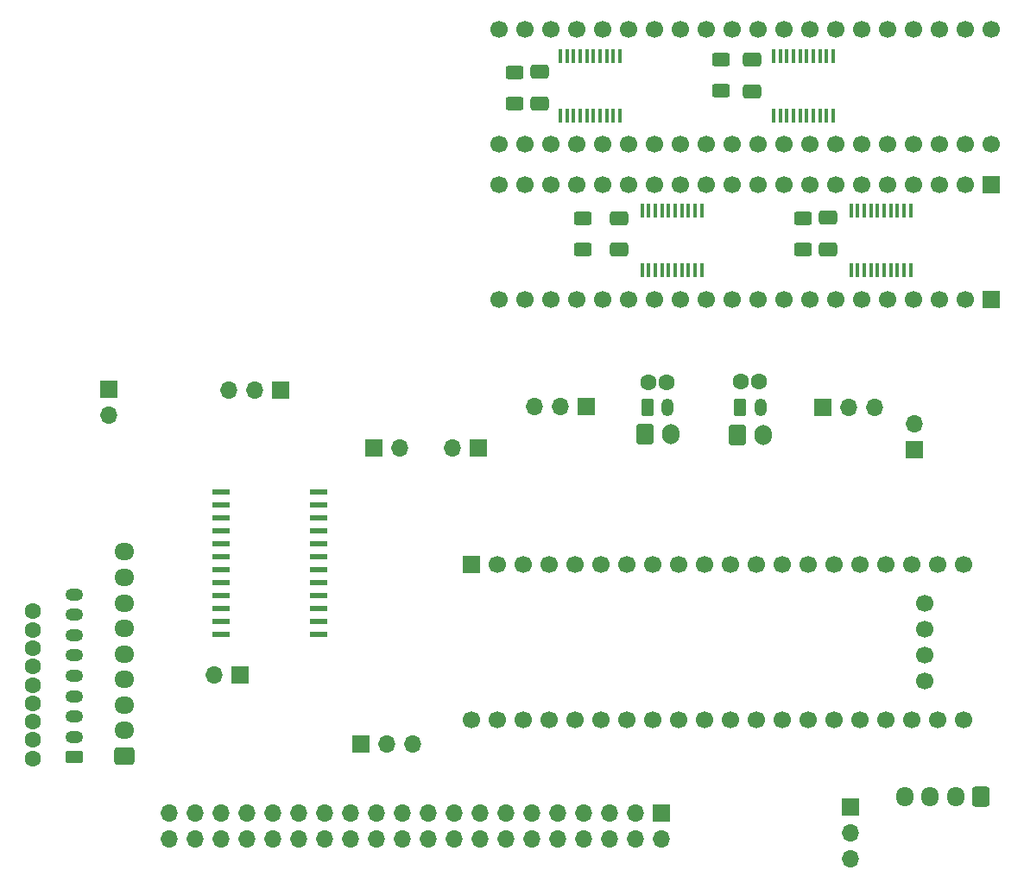
<source format=gbr>
%TF.GenerationSoftware,KiCad,Pcbnew,7.0.10*%
%TF.CreationDate,2024-02-26T10:06:05+01:00*%
%TF.ProjectId,Legacy-LedPanel-HAT,4c656761-6379-42d4-9c65-6450616e656c,rev?*%
%TF.SameCoordinates,Original*%
%TF.FileFunction,Soldermask,Top*%
%TF.FilePolarity,Negative*%
%FSLAX46Y46*%
G04 Gerber Fmt 4.6, Leading zero omitted, Abs format (unit mm)*
G04 Created by KiCad (PCBNEW 7.0.10) date 2024-02-26 10:06:05*
%MOMM*%
%LPD*%
G01*
G04 APERTURE LIST*
G04 Aperture macros list*
%AMRoundRect*
0 Rectangle with rounded corners*
0 $1 Rounding radius*
0 $2 $3 $4 $5 $6 $7 $8 $9 X,Y pos of 4 corners*
0 Add a 4 corners polygon primitive as box body*
4,1,4,$2,$3,$4,$5,$6,$7,$8,$9,$2,$3,0*
0 Add four circle primitives for the rounded corners*
1,1,$1+$1,$2,$3*
1,1,$1+$1,$4,$5*
1,1,$1+$1,$6,$7*
1,1,$1+$1,$8,$9*
0 Add four rect primitives between the rounded corners*
20,1,$1+$1,$2,$3,$4,$5,0*
20,1,$1+$1,$4,$5,$6,$7,0*
20,1,$1+$1,$6,$7,$8,$9,0*
20,1,$1+$1,$8,$9,$2,$3,0*%
G04 Aperture macros list end*
%ADD10R,1.700000X1.700000*%
%ADD11O,1.700000X1.700000*%
%ADD12RoundRect,0.250000X-0.650000X0.412500X-0.650000X-0.412500X0.650000X-0.412500X0.650000X0.412500X0*%
%ADD13R,0.354800X1.404099*%
%ADD14R,1.792199X0.532600*%
%ADD15RoundRect,0.250000X0.625000X-0.400000X0.625000X0.400000X-0.625000X0.400000X-0.625000X-0.400000X0*%
%ADD16RoundRect,0.250000X-0.625000X0.400000X-0.625000X-0.400000X0.625000X-0.400000X0.625000X0.400000X0*%
%ADD17RoundRect,0.250000X-0.600000X-0.750000X0.600000X-0.750000X0.600000X0.750000X-0.600000X0.750000X0*%
%ADD18O,1.700000X2.000000*%
%ADD19RoundRect,0.250000X-0.350000X-0.625000X0.350000X-0.625000X0.350000X0.625000X-0.350000X0.625000X0*%
%ADD20O,1.200000X1.750000*%
%ADD21C,1.600000*%
%ADD22C,1.700000*%
%ADD23RoundRect,0.250000X0.725000X-0.600000X0.725000X0.600000X-0.725000X0.600000X-0.725000X-0.600000X0*%
%ADD24O,1.950000X1.700000*%
%ADD25RoundRect,0.250000X0.600000X0.725000X-0.600000X0.725000X-0.600000X-0.725000X0.600000X-0.725000X0*%
%ADD26O,1.700000X1.950000*%
%ADD27RoundRect,0.250000X0.625000X-0.350000X0.625000X0.350000X-0.625000X0.350000X-0.625000X-0.350000X0*%
%ADD28O,1.750000X1.200000*%
G04 APERTURE END LIST*
D10*
%TO.C,JP2*%
X133322400Y-140762000D03*
D11*
X133322400Y-143302000D03*
X133322400Y-145842000D03*
%TD*%
D12*
%TO.C,C2*%
X123645000Y-67382500D03*
X123645000Y-70507500D03*
%TD*%
D13*
%TO.C,U6*%
X125795002Y-72945000D03*
X126445003Y-72945000D03*
X127095001Y-72945000D03*
X127745003Y-72945000D03*
X128395001Y-72945000D03*
X129045000Y-72945000D03*
X129695001Y-72945000D03*
X130345000Y-72945000D03*
X130995001Y-72945000D03*
X131645000Y-72945000D03*
X131645002Y-67045104D03*
X130995004Y-67045104D03*
X130345003Y-67045104D03*
X129695004Y-67045104D03*
X129045003Y-67045104D03*
X128395004Y-67045104D03*
X127745003Y-67045104D03*
X127095004Y-67045104D03*
X126445003Y-67045104D03*
X125795004Y-67045104D03*
%TD*%
D14*
%TO.C,U2*%
X71651200Y-109824800D03*
X71651200Y-111094800D03*
X71651200Y-112364800D03*
X71651200Y-113634800D03*
X71651200Y-114904800D03*
X71651200Y-116174800D03*
X71651200Y-117444800D03*
X71651200Y-118714800D03*
X71651200Y-119984800D03*
X71651200Y-121254800D03*
X71651200Y-122524800D03*
X71651200Y-123794800D03*
X81201600Y-123794800D03*
X81201600Y-122524800D03*
X81201600Y-121254800D03*
X81201600Y-119984800D03*
X81201600Y-118714800D03*
X81201600Y-117444800D03*
X81201600Y-116174800D03*
X81201600Y-114904800D03*
X81201600Y-113634800D03*
X81201600Y-112364800D03*
X81201600Y-111094800D03*
X81201600Y-109824800D03*
%TD*%
D15*
%TO.C,R2*%
X120645000Y-70495000D03*
X120645000Y-67395000D03*
%TD*%
D10*
%TO.C,JP7*%
X107465200Y-101417400D03*
D11*
X104925200Y-101417400D03*
X102385200Y-101417400D03*
%TD*%
D10*
%TO.C,JP15*%
X77442400Y-99817200D03*
D11*
X74902400Y-99817200D03*
X72362400Y-99817200D03*
%TD*%
D10*
%TO.C,JP1*%
X85331400Y-134564400D03*
D11*
X87871400Y-134564400D03*
X90411400Y-134564400D03*
%TD*%
D16*
%TO.C,R3*%
X128645000Y-82945000D03*
X128645000Y-86045000D03*
%TD*%
D12*
%TO.C,C4*%
X110645000Y-82945000D03*
X110645000Y-86070000D03*
%TD*%
D10*
%TO.C,J5*%
X73485000Y-127808000D03*
D11*
X70945000Y-127808000D03*
%TD*%
D13*
%TO.C,U4*%
X112895000Y-88095000D03*
X113545001Y-88095000D03*
X114194999Y-88095000D03*
X114845001Y-88095000D03*
X115494999Y-88095000D03*
X116144998Y-88095000D03*
X116794999Y-88095000D03*
X117444998Y-88095000D03*
X118094999Y-88095000D03*
X118744998Y-88095000D03*
X118745000Y-82195104D03*
X118095002Y-82195104D03*
X117445001Y-82195104D03*
X116795002Y-82195104D03*
X116145001Y-82195104D03*
X115495002Y-82195104D03*
X114845001Y-82195104D03*
X114195002Y-82195104D03*
X113545001Y-82195104D03*
X112895002Y-82195104D03*
%TD*%
D17*
%TO.C,J6_STOP2*%
X122288000Y-104236800D03*
D18*
X124788000Y-104236800D03*
%TD*%
D19*
%TO.C,J4*%
X113415400Y-101493600D03*
D20*
X115415400Y-101493600D03*
%TD*%
D13*
%TO.C,U5*%
X104895000Y-72945000D03*
X105545001Y-72945000D03*
X106194999Y-72945000D03*
X106845001Y-72945000D03*
X107494999Y-72945000D03*
X108144998Y-72945000D03*
X108794999Y-72945000D03*
X109444998Y-72945000D03*
X110094999Y-72945000D03*
X110744998Y-72945000D03*
X110745000Y-67045104D03*
X110095002Y-67045104D03*
X109445001Y-67045104D03*
X108795002Y-67045104D03*
X108145001Y-67045104D03*
X107495002Y-67045104D03*
X106845001Y-67045104D03*
X106195002Y-67045104D03*
X105545001Y-67045104D03*
X104895002Y-67045104D03*
%TD*%
D10*
%TO.C,J14*%
X86561000Y-105481400D03*
D11*
X89101000Y-105481400D03*
%TD*%
D12*
%TO.C,C3*%
X131145000Y-82882500D03*
X131145000Y-86007500D03*
%TD*%
D16*
%TO.C,R4*%
X107095000Y-82945000D03*
X107095000Y-86045000D03*
%TD*%
D12*
%TO.C,C1*%
X102895000Y-68632500D03*
X102895000Y-71757500D03*
%TD*%
D17*
%TO.C,J5_STOP1*%
X113194800Y-104186000D03*
D18*
X115694800Y-104186000D03*
%TD*%
D21*
%TO.C,J3*%
X113513800Y-99029800D03*
X115313800Y-99029800D03*
%TD*%
D19*
%TO.C,J7*%
X122502000Y-101493600D03*
D20*
X124502000Y-101493600D03*
%TD*%
D16*
%TO.C,R1*%
X100395000Y-68645000D03*
X100395000Y-71745000D03*
%TD*%
D13*
%TO.C,U7*%
X133394998Y-88094896D03*
X134044999Y-88094896D03*
X134694997Y-88094896D03*
X135344999Y-88094896D03*
X135994997Y-88094896D03*
X136644996Y-88094896D03*
X137294997Y-88094896D03*
X137944996Y-88094896D03*
X138594997Y-88094896D03*
X139244996Y-88094896D03*
X139244998Y-82195000D03*
X138595000Y-82195000D03*
X137944999Y-82195000D03*
X137295000Y-82195000D03*
X136644999Y-82195000D03*
X135995000Y-82195000D03*
X135344999Y-82195000D03*
X134695000Y-82195000D03*
X134044999Y-82195000D03*
X133395000Y-82195000D03*
%TD*%
D10*
%TO.C,J1*%
X114820000Y-141360000D03*
D11*
X114820000Y-143900000D03*
X112280000Y-141360000D03*
X112280000Y-143900000D03*
X109740000Y-141360000D03*
X109740000Y-143900000D03*
X107200000Y-141360000D03*
X107200000Y-143900000D03*
X104660000Y-141360000D03*
X104660000Y-143900000D03*
X102120000Y-141360000D03*
X102120000Y-143900000D03*
X99580000Y-141360000D03*
X99580000Y-143900000D03*
X97040000Y-141360000D03*
X97040000Y-143900000D03*
X94500000Y-141360000D03*
X94500000Y-143900000D03*
X91960000Y-141360000D03*
X91960000Y-143900000D03*
X89420000Y-141360000D03*
X89420000Y-143900000D03*
X86880000Y-141360000D03*
X86880000Y-143900000D03*
X84340000Y-141360000D03*
X84340000Y-143900000D03*
X81800000Y-141360000D03*
X81800000Y-143900000D03*
X79260000Y-141360000D03*
X79260000Y-143900000D03*
X76720000Y-141360000D03*
X76720000Y-143900000D03*
X74180000Y-141360000D03*
X74180000Y-143900000D03*
X71640000Y-141360000D03*
X71640000Y-143900000D03*
X69100000Y-141360000D03*
X69100000Y-143900000D03*
X66560000Y-141360000D03*
X66560000Y-143900000D03*
%TD*%
D21*
%TO.C,J8*%
X122581600Y-99004400D03*
X124381600Y-99004400D03*
%TD*%
D10*
%TO.C,JP8*%
X130645000Y-101493600D03*
D11*
X133185000Y-101493600D03*
X135725000Y-101493600D03*
%TD*%
D10*
%TO.C,J13*%
X96822600Y-105481400D03*
D11*
X94282600Y-105481400D03*
%TD*%
D21*
%TO.C,J9*%
X53134600Y-135947800D03*
X53134600Y-134147800D03*
X53134600Y-132347800D03*
X53134600Y-130547800D03*
X53134600Y-128747800D03*
X53134600Y-126947800D03*
X53134600Y-125147800D03*
X53134600Y-123347800D03*
X53134600Y-121547800D03*
%TD*%
D10*
%TO.C,U3*%
X147145000Y-79695000D03*
D22*
X144605000Y-79695000D03*
X142065000Y-79695000D03*
X139525000Y-79695000D03*
X136985000Y-79695000D03*
X134445000Y-79695000D03*
X131905000Y-79695000D03*
X129365000Y-79695000D03*
X126825000Y-79695000D03*
X124285000Y-79695000D03*
X121745000Y-79695000D03*
X119205000Y-79695000D03*
X116665000Y-79695000D03*
X114125000Y-79695000D03*
X111585000Y-79695000D03*
X109045000Y-79695000D03*
X106505000Y-79695000D03*
X103965000Y-79695000D03*
X101425000Y-79695000D03*
X98885000Y-79695000D03*
X98885000Y-64455000D03*
X101425000Y-64455000D03*
X103965000Y-64455000D03*
X106505000Y-64455000D03*
X109045000Y-64455000D03*
X111585000Y-64455000D03*
X114125000Y-64455000D03*
X116665000Y-64455000D03*
X119205000Y-64455000D03*
X121745000Y-64455000D03*
X124285000Y-64455000D03*
X126825000Y-64455000D03*
X129365000Y-64455000D03*
X131905000Y-64455000D03*
X134445000Y-64455000D03*
X136985000Y-64455000D03*
X139525000Y-64455000D03*
X142065000Y-64455000D03*
X144605000Y-64455000D03*
X147145000Y-64455000D03*
%TD*%
D23*
%TO.C,J11*%
X62126200Y-135703600D03*
D24*
X62126200Y-133203600D03*
X62126200Y-130703600D03*
X62126200Y-128203600D03*
X62126200Y-125703600D03*
X62126200Y-123203600D03*
X62126200Y-120703600D03*
X62126200Y-118203600D03*
X62126200Y-115703600D03*
%TD*%
D10*
%TO.C,U1*%
X96200000Y-116900000D03*
D22*
X98740000Y-116900000D03*
X101280000Y-116900000D03*
X103820000Y-116900000D03*
X106360000Y-116900000D03*
X108900000Y-116900000D03*
X111440000Y-116900000D03*
X113980000Y-116900000D03*
X116520000Y-116900000D03*
X119060000Y-116900000D03*
X121600000Y-116900000D03*
X124140000Y-116900000D03*
X126680000Y-116900000D03*
X129220000Y-116900000D03*
X131760000Y-116900000D03*
X134300000Y-116900000D03*
X136840000Y-116900000D03*
X139380000Y-116900000D03*
X141920000Y-116900000D03*
X144460000Y-116900000D03*
X144460000Y-132140000D03*
X141920000Y-132140000D03*
X139380000Y-132140000D03*
X136840000Y-132140000D03*
X134300000Y-132140000D03*
X131760000Y-132140000D03*
X129220000Y-132140000D03*
X126680000Y-132140000D03*
X124140000Y-132140000D03*
X121600000Y-132140000D03*
X119060000Y-132140000D03*
X116520000Y-132140000D03*
X113980000Y-132140000D03*
X111440000Y-132140000D03*
X108900000Y-132140000D03*
X106360000Y-132140000D03*
X103820000Y-132140000D03*
X101280000Y-132140000D03*
X98740000Y-132140000D03*
X96200000Y-132140000D03*
X140650000Y-128330000D03*
X140650000Y-125790000D03*
X140650000Y-123250000D03*
X140650000Y-120710000D03*
%TD*%
D25*
%TO.C,J2*%
X146149400Y-139669800D03*
D26*
X143649400Y-139669800D03*
X141149400Y-139669800D03*
X138649400Y-139669800D03*
%TD*%
D10*
%TO.C,J16*%
X139621600Y-105633800D03*
D11*
X139621600Y-103093800D03*
%TD*%
D10*
%TO.C,J12*%
X60576800Y-99766400D03*
D11*
X60576800Y-102306400D03*
%TD*%
D10*
%TO.C,U8*%
X147145000Y-90935000D03*
D22*
X144605000Y-90935000D03*
X142065000Y-90935000D03*
X139525000Y-90935000D03*
X136985000Y-90935000D03*
X134445000Y-90935000D03*
X131905000Y-90935000D03*
X129365000Y-90935000D03*
X126825000Y-90935000D03*
X124285000Y-90935000D03*
X121745000Y-90935000D03*
X119205000Y-90935000D03*
X116665000Y-90935000D03*
X114125000Y-90935000D03*
X111585000Y-90935000D03*
X109045000Y-90935000D03*
X106505000Y-90935000D03*
X103965000Y-90935000D03*
X101425000Y-90935000D03*
X98885000Y-90935000D03*
X98885000Y-75695000D03*
X101425000Y-75695000D03*
X103965000Y-75695000D03*
X106505000Y-75695000D03*
X109045000Y-75695000D03*
X111585000Y-75695000D03*
X114125000Y-75695000D03*
X116665000Y-75695000D03*
X119205000Y-75695000D03*
X121745000Y-75695000D03*
X124285000Y-75695000D03*
X126825000Y-75695000D03*
X129365000Y-75695000D03*
X131905000Y-75695000D03*
X134445000Y-75695000D03*
X136985000Y-75695000D03*
X139525000Y-75695000D03*
X142065000Y-75695000D03*
X144605000Y-75695000D03*
X147145000Y-75695000D03*
%TD*%
D27*
%TO.C,J10*%
X57249400Y-135857800D03*
D28*
X57249400Y-133857800D03*
X57249400Y-131857800D03*
X57249400Y-129857800D03*
X57249400Y-127857800D03*
X57249400Y-125857800D03*
X57249400Y-123857800D03*
X57249400Y-121857800D03*
X57249400Y-119857800D03*
%TD*%
M02*

</source>
